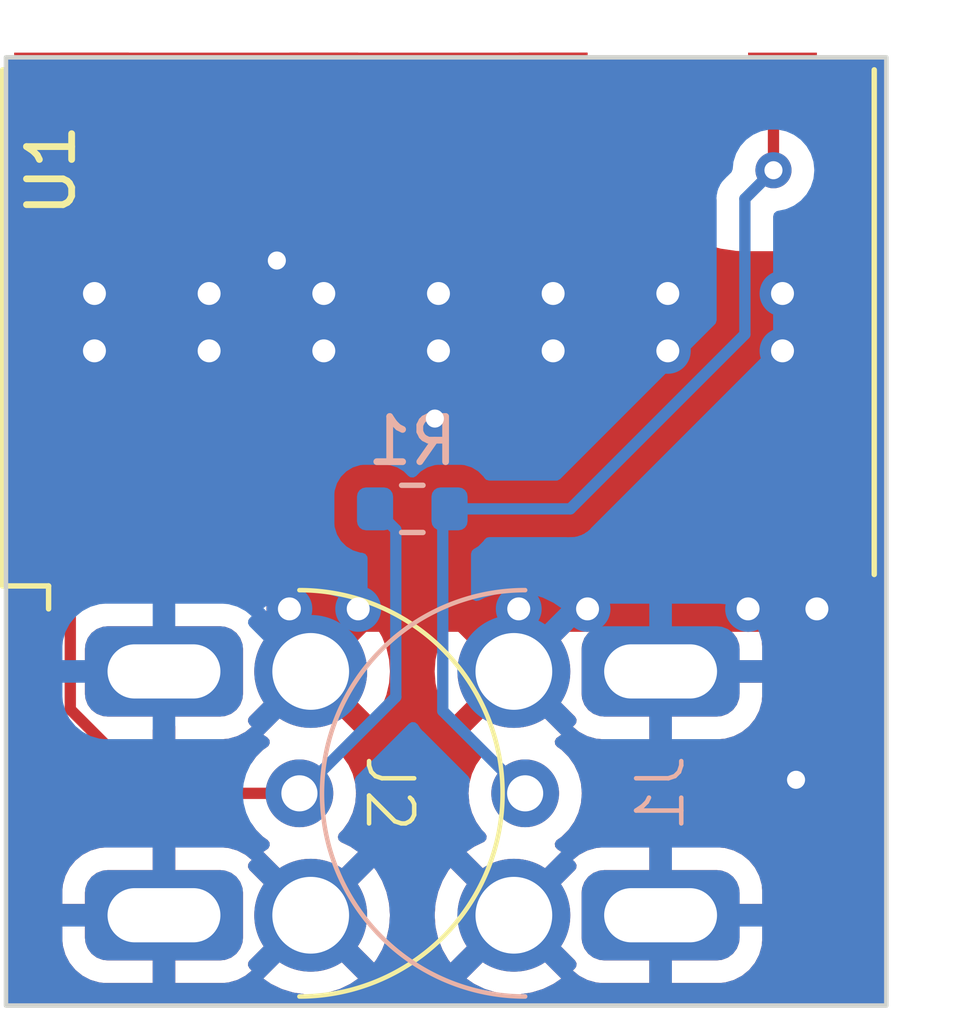
<source format=kicad_pcb>
(kicad_pcb (version 20221018) (generator pcbnew)
  (layers (0 "F.Cu" signal) (31 "B.Cu" signal) (34 "B.Paste" user) (35 "F.Paste" user) (36 "B.SilkS" user "B.Silkscreen") (37 "F.SilkS" user "F.Silkscreen") (38 "B.Mask" user) (39 "F.Mask" user) (44 "Edge.Cuts" user))
  (net 0 "")
  (net 1 "Net-(J1-In)")
  (net 2 "GND")
  (net 3 "Net-(J2-In)")
  (footprint "BioMEMS:Mini-Circuits_HF1139_LandPatternPL-230_Truncated" (layer "F.Cu") (at 125.08 88.865 90)
    (fp_text reference "U1" (at 3.365 -8.58 90) (layer "F.SilkS"))
    (fp_text value "SXLP-21.4+")
    (fp_line (start -5.842 -9.652) (end -5.842 -8.636) (stroke (width 0.12)) (layer "F.SilkS"))
    (fp_line (start -5.842 -8.636) (end -6.35 -8.636) (stroke (width 0.12)) (layer "F.SilkS"))
    (fp_line (start 5.588 -9.652) (end -5.842 -9.652) (stroke (width 0.12)) (layer "F.SilkS"))
    (fp_line (start 5.588 9.652) (end -5.588 9.652) (stroke (width 0.12)) (layer "F.SilkS"))
    (pad "1" smd rect (at -5.2705 -7.62) (size 1.524 1.397) (layers "F.Cu" "F.Paste" "F.Mask") (net 3 "Net-(J2-In)") (clearance 3))
    (pad "2" smd rect (at 5.2705 -7.62) (size 1.524 1.397) (layers "F.Cu" "F.Paste" "F.Mask") (net 2 "GND"))
    (pad "3" thru_hole circle (at -6.35 -3.302) (size 1.016 1.016) (drill 0.508) (layers "*.Cu") (net 2 "GND"))
    (pad "3" thru_hole circle (at -6.35 -1.778) (size 1.016 1.016) (drill 0.508) (layers "*.Cu") (net 2 "GND"))
    (pad "3" smd rect (at -5.2705 -2.54) (size 1.524 1.397) (layers "F.Cu" "F.Paste" "F.Mask") (net 2 "GND"))
    (pad "4" smd rect (at 5.2705 -2.54) (size 1.524 1.397) (layers "F.Cu" "F.Paste" "F.Mask") (net 2 "GND"))
    (pad "5" thru_hole circle (at -6.35 1.778) (size 1.016 1.016) (drill 0.508) (layers "*.Cu") (net 2 "GND"))
    (pad "5" thru_hole circle (at -6.35 3.302) (size 1.016 1.016) (drill 0.508) (layers "*.Cu") (net 2 "GND"))
    (pad "5" smd rect (at -5.2705 2.54) (size 1.524 1.397) (layers "F.Cu" "F.Paste" "F.Mask") (net 2 "GND"))
    (pad "6" smd rect (at 5.2705 2.54) (size 1.524 1.397) (layers "F.Cu" "F.Paste" "F.Mask") (net 2 "GND"))
    (pad "7" thru_hole circle (at -6.35 6.858) (size 1.016 1.016) (drill 0.508) (layers "*.Cu") (net 2 "GND"))
    (pad "7" thru_hole circle (at -6.35 8.382) (size 1.016 1.016) (drill 0.508) (layers "*.Cu") (net 2 "GND"))
    (pad "7" smd rect (at -5.2705 7.62) (size 1.524 1.397) (layers "F.Cu" "F.Paste" "F.Mask") (net 2 "GND"))
    (pad "7" smd rect (at -4.0259 2.794) (size 13.208 5.6642) (layers "F.Cu") (net 2 "GND"))
    (pad "7" thru_hole circle (at -0.635 -7.62) (size 1.016 1.016) (drill 0.508) (layers "*.Cu") (net 2 "GND"))
    (pad "7" thru_hole circle (at -0.635 -5.08) (size 1.016 1.016) (drill 0.508) (layers "*.Cu") (net 2 "GND"))
    (pad "7" thru_hole circle (at -0.635 -2.54) (size 1.016 1.016) (drill 0.508) (layers "*.Cu") (net 2 "GND"))
    (pad "7" thru_hole circle (at -0.635 0) (size 1.016 1.016) (drill 0.508) (layers "*.Cu") (net 2 "GND"))
    (pad "7" thru_hole circle (at -0.635 2.54) (size 1.016 1.016) (drill 0.508) (layers "*.Cu") (net 2 "GND"))
    (pad "7" thru_hole circle (at -0.635 5.08) (size 1.016 1.016) (drill 0.508) (layers "*.Cu") (net 2 "GND"))
    (pad "7" thru_hole circle (at -0.635 7.62) (size 1.016 1.016) (drill 0.508) (layers "*.Cu") (net 2 "GND"))
    (pad "7" smd rect (at 0 0) (size 18.796 2.3876) (layers "F.Cu") (net 2 "GND"))
    (pad "7" thru_hole circle (at 0.635 -7.62) (size 1.016 1.016) (drill 0.508) (layers "*.Cu") (net 2 "GND"))
    (pad "7" thru_hole circle (at 0.635 -5.08) (size 1.016 1.016) (drill 0.508) (layers "*.Cu") (net 2 "GND"))
    (pad "7" thru_hole circle (at 0.635 -2.54) (size 1.016 1.016) (drill 0.508) (layers "*.Cu") (net 2 "GND"))
    (pad "7" thru_hole circle (at 0.635 0) (size 1.016 1.016) (drill 0.508) (layers "*.Cu") (net 2 "GND"))
    (pad "7" thru_hole circle (at 0.635 2.54) (size 1.016 1.016) (drill 0.508) (layers "*.Cu") (net 2 "GND"))
    (pad "7" thru_hole circle (at 0.635 5.08) (size 1.016 1.016) (drill 0.508) (layers "*.Cu") (net 2 "GND"))
    (pad "7" thru_hole circle (at 0.635 7.62) (size 1.016 1.016) (drill 0.508) (layers "*.Cu") (net 2 "GND"))
    (pad "7" smd rect (at 3.5814 -3.048) (size 12.7 4.7752) (layers "F.Cu") (net 2 "GND"))
    (pad "8" smd rect (at 5.2705 7.62) (size 1.524 1.397) (layers "F.Cu" "F.Paste" "F.Mask") (net 1 "Net-(J1-In)") (clearance 3))
  )
  (footprint "BioMEMS:CONSMA013.062-Vertical" (layer "F.Cu") (at 122 99.3 -90)
    (fp_text reference "J2" (at 0 -2 -90 unlocked) (layer "F.SilkS") (effects (font (thickness 0.1))))
    (fp_text value "Conn_Coaxial")
    (fp_arc (start -4.5 0) (mid 0 -4.5) (end 4.5 0) (stroke (width 0.1)) (layer "F.SilkS"))
    (pad "1" thru_hole circle (at 0 0 270) (size 1.5 1.5) (drill 0.8) (layers "*.Cu" "*.Mask") (net 3 "Net-(J2-In)"))
    (pad "2" thru_hole circle (at -2.7 -0.25 270) (size 2.5 2.5) (drill 1.7) (layers "*.Cu" "*.Mask") (net 2 "GND"))
    (pad "2" thru_hole roundrect (at -2.7 3 270) (size 2 3.5) (drill oval 1.2 2.5) (layers "*.Cu" "*.Mask") (net 2 "GND"))
    (pad "2" thru_hole circle (at 2.7 -0.25 270) (size 2.5 2.5) (drill 1.7) (layers "*.Cu" "*.Mask") (net 2 "GND"))
    (pad "2" thru_hole roundrect (at 2.7 3 270) (size 2 3.5) (drill oval 1.2 2.5) (layers "*.Cu" "*.Mask") (net 2 "GND"))
  )
  (footprint "BioMEMS:CONSMA013.062-Vertical" (layer "B.Cu") (at 127 99.3 -90)
    (fp_text reference "J1" (at 0 -3 90 unlocked) (layer "B.SilkS") (effects (font (thickness 0.1)) (justify mirror)))
    (fp_text value "Conn_Coaxial")
    (fp_arc (start 4.5 0) (mid 0 4.5) (end -4.5 0) (stroke (width 0.1)) (layer "B.SilkS"))
    (pad "1" thru_hole circle (at 0 0 270) (size 1.5 1.5) (drill 0.8) (layers "*.Cu" "*.Mask") (net 1 "Net-(J1-In)"))
    (pad "2" thru_hole roundrect (at -2.7 -3 270) (size 2 3.5) (drill oval 1.2 2.5) (layers "*.Cu" "*.Mask") (net 2 "GND"))
    (pad "2" thru_hole circle (at -2.7 0.25 270) (size 2.5 2.5) (drill 1.7) (layers "*.Cu" "*.Mask") (net 2 "GND"))
    (pad "2" thru_hole roundrect (at 2.7 -3 270) (size 2 3.5) (drill oval 1.2 2.5) (layers "*.Cu" "*.Mask") (net 2 "GND"))
    (pad "2" thru_hole circle (at 2.7 0.25 270) (size 2.5 2.5) (drill 1.7) (layers "*.Cu" "*.Mask") (net 2 "GND"))
  )
  (footprint "Resistor_SMD:R_0603_1608Metric" (layer "B.Cu") (at 124.5 93)
    (fp_text reference "R1" (at 0 -1.5) (layer "B.SilkS") (effects (justify mirror)))
    (fp_text value "R_Small")
    (fp_line (start -0.237258 -0.5225) (end 0.237258 -0.5225) (stroke (width 0.12)) (layer "B.SilkS"))
    (fp_line (start -0.237258 0.5225) (end 0.237258 0.5225) (stroke (width 0.12)) (layer "B.SilkS"))
    (pad "1" smd roundrect (at -0.825 0) (size 0.8 0.95) (layers "B.Cu" "B.Paste" "B.Mask") (net 3 "Net-(J2-In)"))
    (pad "2" smd roundrect (at 0.825 0) (size 0.8 0.95) (layers "B.Cu" "B.Paste" "B.Mask") (net 1 "Net-(J1-In)"))
  )
  (gr_rect (start 115.5 83) (end 135 104) (stroke (width 0.1)) (fill none) (layer "Edge.Cuts"))
  (segment (start 132.5 85.5) (end 132.5 83.7945) (width 0.25) (layer "F.Cu") (net 1))
  (segment (start 132.5 83.7945) (end 132.7 83.5945) (width 0.25) (layer "F.Cu") (net 1))
  (via (at 132.5 85.5) (size 0.8) (drill 0.4) (layers "F.Cu" "B.Cu") (net 1))
  (segment (start 125.175 97.475) (end 125.175 93.15) (width 0.25) (layer "B.Cu") (net 1))
  (segment (start 127 99.3) (end 125.175 97.475) (width 0.25) (layer "B.Cu") (net 1))
  (segment (start 125.325 93) (end 128 93) (width 0.25) (layer "B.Cu") (net 1))
  (segment (start 131.867 86.133) (end 132.5 85.5) (width 0.25) (layer "B.Cu") (net 1))
  (segment (start 131.867 89.133) (end 131.867 86.133) (width 0.25) (layer "B.Cu") (net 1))
  (segment (start 128 93) (end 131.867 89.133) (width 0.25) (layer "B.Cu") (net 1))
  (segment (start 125.175 93.15) (end 125.325 93) (width 0.25) (layer "B.Cu") (net 1))
  (via (at 125 91) (size 0.8) (drill 0.4) (layers "F.Cu" "B.Cu") (net 2))
  (via (at 133 99) (size 0.8) (drill 0.4) (layers "F.Cu" "B.Cu") (net 2))
  (via (at 121.5 87.5) (size 0.8) (drill 0.4) (layers "F.Cu" "B.Cu") (net 2))
  (segment (start 116.925 97.441726) (end 116.925 94.6705) (width 0.25) (layer "F.Cu") (net 3))
  (segment (start 118.783274 99.3) (end 116.925 97.441726) (width 0.25) (layer "F.Cu") (net 3))
  (segment (start 122 99.3) (end 118.783274 99.3) (width 0.25) (layer "F.Cu") (net 3))
  (segment (start 116.925 94.6705) (end 117.46 94.1355) (width 0.25) (layer "F.Cu") (net 3))
  (segment (start 123.675 93) (end 124.135 93.46) (width 0.25) (layer "B.Cu") (net 3))
  (segment (start 124.135 97.165) (end 122 99.3) (width 0.25) (layer "B.Cu") (net 3))
  (segment (start 124.135 93.46) (end 124.135 97.165) (width 0.25) (layer "B.Cu") (net 3))
  (zone (net 2) (net_name "GND") (layers "F&B.Cu") (connect_pads (clearance 0.5)) (min_thickness 0.25) (fill yes (thermal_gap 0.5) (thermal_bridge_width 0.5))
    (polygon (pts (xy 135 104) (xy 135 83) (xy 115.5 83) (xy 115.5 104)))
  )
)
</source>
